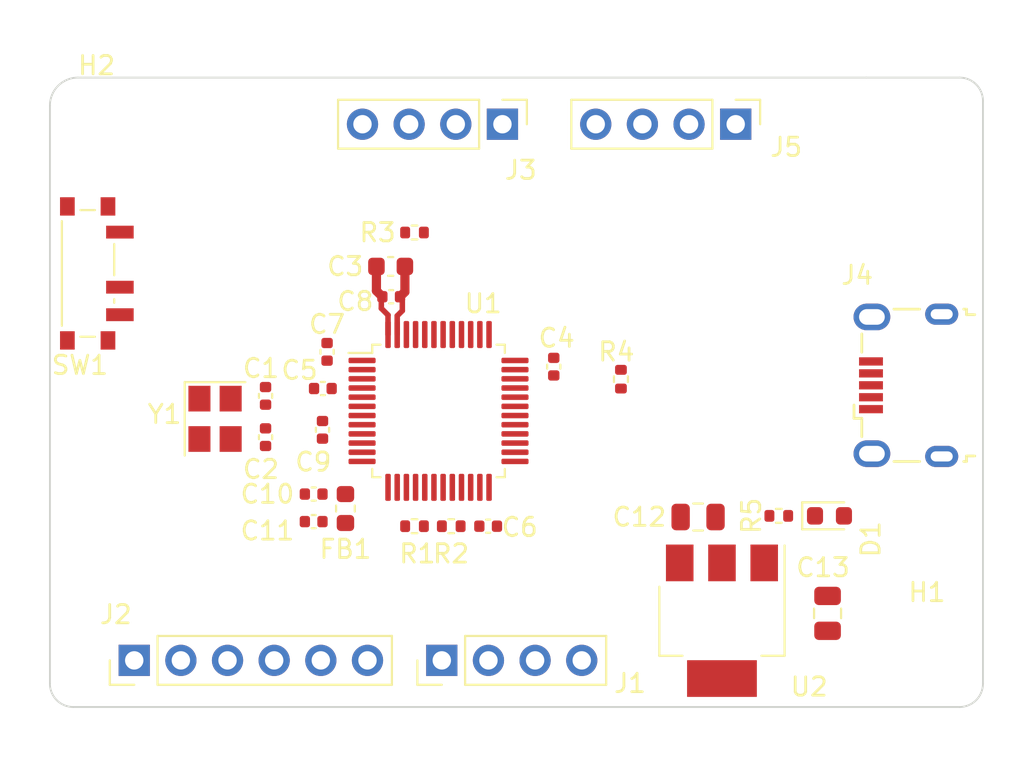
<source format=kicad_pcb>
(kicad_pcb (version 20211014) (generator pcbnew)
  (layers (0 "F.Cu" signal) (31 "B.Cu" power) (34 "B.Paste" user) (35 "F.Paste" user) (36 "B.SilkS" user "B.Silkscreen") (37 "F.SilkS" user "F.Silkscreen") (38 "B.Mask" user) (39 "F.Mask" user) (44 "Edge.Cuts" user))
  (net 0 "")
  (net 1 "/HSE_IN")
  (net 2 "GND")
  (net 3 "/HSE_OUT")
  (net 4 "+3V3")
  (net 5 "/NRST")
  (net 6 "+3.3VA")
  (net 7 "VBUS")
  (net 8 "/PWR_LED_K")
  (net 9 "/I2C2_SCL")
  (net 10 "/I2C2_SDA")
  (net 11 "/SPI1_SCK")
  (net 12 "/SPI1_MISO")
  (net 13 "/SPI1_MOSI")
  (net 14 "/~CS")
  (net 15 "/USART1_TX")
  (net 16 "/USART1_RX")
  (net 17 "/USB_D-")
  (net 18 "/USB_D+")
  (net 21 "/SWD_IO")
  (net 22 "/SW_CLK")
  (net 23 "/SW_BOOT0")
  (net 24 "/BOOT0")
  (net 25 "/PC13")
  (net 26 "/PC14")
  (net 27 "/PC15")
  (net 28 "/PA0")
  (net 29 "/PA1")
  (net 30 "/PA2")
  (net 31 "/PA3")
  (net 32 "/PA4")
  (net 33 "/PB1")
  (net 34 "/PB2")
  (net 35 "/PB12")
  (net 36 "/PB13")
  (net 37 "/PB14")
  (net 38 "/PB15")
  (net 39 "/PA8")
  (net 40 "/PA9")
  (net 41 "/PA10")
  (net 42 "/PA15")
  (net 43 "/PB3")
  (net 44 "/PB4")
  (net 45 "/PB5")
  (net 46 "/PB8")
  (net 47 "/PB9")
  (footprint "Resistor_SMD:R_0402_1005Metric" (layer "F.Cu") (at 73.244 49.958 -90)
    (fp_text reference "R4" (at -1.49 0.25 180) (layer "F.SilkS"))
    (fp_text value "1k5")
    (fp_line (start -0.153641 -0.38) (end 0.153641 -0.38) (layer "F.SilkS") (width 0.12))
    (fp_line (start -0.153641 0.38) (end 0.153641 0.38) (layer "F.SilkS") (width 0.12))
    (pad "1" smd roundrect locked (at -0.51 0 270) (size 0.54 0.64) (layers "F.Cu" "F.Paste" "F.Mask") (net 4 "+3V3"))
    (pad "2" smd roundrect locked (at 0.51 0 270) (size 0.54 0.64) (layers "F.Cu" "F.Paste" "F.Mask") (net 18 "/USB_D+"))
  )
  (footprint "Connector_PinHeader_2.54mm:PinHeader_1x04_P2.54mm_Vertical" (layer "F.Cu") (at 63.49 65.278 90)
    (fp_text reference "J1" (at -1.25 10.25 180) (layer "F.SilkS"))
    (fp_text value "Conn_01x04_Male")
    (fp_line (start -1.33 -1.33) (end 0 -1.33) (layer "F.SilkS") (width 0.12))
    (fp_line (start -1.33 0) (end -1.33 -1.33) (layer "F.SilkS") (width 0.12))
    (fp_line (start -1.33 1.27) (end 1.33 1.27) (layer "F.SilkS") (width 0.12))
    (fp_line (start 1.33 1.27) (end 1.33 8.95) (layer "F.SilkS") (width 0.12))
    (fp_line (start -1.33 8.95) (end 1.33 8.95) (layer "F.SilkS") (width 0.12))
    (fp_line (start -1.33 1.27) (end -1.33 8.95) (layer "F.SilkS") (width 0.12))
    (pad "1" thru_hole rect locked (at 0 0 90) (size 1.7 1.7) (drill 1) (layers *.Cu *.Mask) (net 4 "+3V3"))
    (pad "2" thru_hole oval locked (at 0 2.54 90) (size 1.7 1.7) (drill 1) (layers *.Cu *.Mask) (net 9 "/I2C2_SCL"))
    (pad "3" thru_hole oval locked (at 0 5.08 90) (size 1.7 1.7) (drill 1) (layers *.Cu *.Mask) (net 10 "/I2C2_SDA"))
    (pad "4" thru_hole oval locked (at 0 7.62 90) (size 1.7 1.7) (drill 1) (layers *.Cu *.Mask) (net 2 "GND"))
  )
  (footprint "Capacitor_SMD:C_0402_1005Metric" (layer "F.Cu") (at 53.894 50.868 90)
    (fp_text reference "C1" (at 1.5 -0.25 180) (layer "F.SilkS"))
    (fp_text value "10p")
    (fp_line (start -0.107836 -0.36) (end 0.107836 -0.36) (layer "F.SilkS") (width 0.12))
    (fp_line (start -0.107836 0.36) (end 0.107836 0.36) (layer "F.SilkS") (width 0.12))
    (pad "1" smd roundrect locked (at -0.48 0 90) (size 0.56 0.62) (layers "F.Cu" "F.Paste" "F.Mask") (net 1 "/HSE_IN"))
    (pad "2" smd roundrect locked (at 0.48 0 90) (size 0.56 0.62) (layers "F.Cu" "F.Paste" "F.Mask") (net 2 "GND"))
  )
  (footprint "Capacitor_SMD:C_0402_1005Metric" (layer "F.Cu") (at 53.894 53.118 90)
    (fp_text reference "C2" (at -1.75 -0.25 180) (layer "F.SilkS"))
    (fp_text value "10p")
    (fp_line (start -0.107836 0.36) (end 0.107836 0.36) (layer "F.SilkS") (width 0.12))
    (fp_line (start -0.107836 -0.36) (end 0.107836 -0.36) (layer "F.SilkS") (width 0.12))
    (pad "1" smd roundrect locked (at -0.48 0 90) (size 0.56 0.62) (layers "F.Cu" "F.Paste" "F.Mask") (net 3 "/HSE_OUT"))
    (pad "2" smd roundrect locked (at 0.48 0 90) (size 0.56 0.62) (layers "F.Cu" "F.Paste" "F.Mask") (net 2 "GND"))
  )
  (footprint "Resistor_SMD:R_0402_1005Metric" (layer "F.Cu") (at 64.004 57.968 180)
    (fp_text reference "R2" (at 0.01 -1.5) (layer "F.SilkS"))
    (fp_text value "1k5")
    (fp_line (start -0.153641 -0.38) (end 0.153641 -0.38) (layer "F.SilkS") (width 0.12))
    (fp_line (start -0.153641 0.38) (end 0.153641 0.38) (layer "F.SilkS") (width 0.12))
    (pad "1" smd roundrect locked (at -0.51 0 180) (size 0.54 0.64) (layers "F.Cu" "F.Paste" "F.Mask") (net 4 "+3V3"))
    (pad "2" smd roundrect locked (at 0.51 0 180) (size 0.54 0.64) (layers "F.Cu" "F.Paste" "F.Mask") (net 10 "/I2C2_SDA"))
  )
  (footprint "Package_QFP:LQFP-48_7x7mm_P0.5mm" (layer "F.Cu") (at 63.3122 51.689)
    (fp_text reference "U1" (at 2.4318 -5.85) (layer "F.SilkS"))
    (fp_text value "STM32F103C8Tx")
    (fp_line (start -3.61 3.61) (end -3.61 3.16) (layer "F.SilkS") (width 0.12))
    (fp_line (start 3.16 3.61) (end 3.61 3.61) (layer "F.SilkS") (width 0.12))
    (fp_line (start 3.16 -3.61) (end 3.61 -3.61) (layer "F.SilkS") (width 0.12))
    (fp_line (start 3.61 -3.61) (end 3.61 -3.16) (layer "F.SilkS") (width 0.12))
    (fp_line (start -3.16 -3.61) (end -3.61 -3.61) (layer "F.SilkS") (width 0.12))
    (fp_line (start -3.16 3.61) (end -3.61 3.61) (layer "F.SilkS") (width 0.12))
    (fp_line (start -3.61 -3.61) (end -3.61 -3.16) (layer "F.SilkS") (width 0.12))
    (fp_line (start 3.61 3.61) (end 3.61 3.16) (layer "F.SilkS") (width 0.12))
    (fp_line (start -3.61 -3.16) (end -4.9 -3.16) (layer "F.SilkS") (width 0.12))
    (pad "1" smd roundrect locked (at -4.1625 -2.75) (size 1.475 0.3) (layers "F.Cu" "F.Paste" "F.Mask") (net 4 "+3V3"))
    (pad "2" smd roundrect locked (at -4.1625 -2.25) (size 1.475 0.3) (layers "F.Cu" "F.Paste" "F.Mask") (net 25 "/PC13"))
    (pad "3" smd roundrect locked (at -4.1625 -1.75) (size 1.475 0.3) (layers "F.Cu" "F.Paste" "F.Mask") (net 26 "/PC14"))
    (pad "4" smd roundrect locked (at -4.1625 -1.25) (size 1.475 0.3) (layers "F.Cu" "F.Paste" "F.Mask") (net 27 "/PC15"))
    (pad "5" smd roundrect locked (at -4.1625 -0.75) (size 1.475 0.3) (layers "F.Cu" "F.Paste" "F.Mask") (net 1 "/HSE_IN"))
    (pad "6" smd roundrect locked (at -4.1625 -0.25) (size 1.475 0.3) (layers "F.Cu" "F.Paste" "F.Mask") (net 3 "/HSE_OUT"))
    (pad "7" smd roundrect locked (at -4.1625 0.25) (size 1.475 0.3) (layers "F.Cu" "F.Paste" "F.Mask") (net 5 "/NRST"))
    (pad "8" smd roundrect locked (at -4.1625 0.75) (size 1.475 0.3) (layers "F.Cu" "F.Paste" "F.Mask") (net 2 "GND"))
    (pad "9" smd roundrect locked (at -4.1625 1.25) (size 1.475 0.3) (layers "F.Cu" "F.Paste" "F.Mask") (net 6 "+3.3VA"))
    (pad "10" smd roundrect locked (at -4.1625 1.75) (size 1.475 0.3) (layers "F.Cu" "F.Paste" "F.Mask") (net 28 "/PA0"))
    (pad "11" smd roundrect locked (at -4.1625 2.25) (size 1.475 0.3) (layers "F.Cu" "F.Paste" "F.Mask") (net 29 "/PA1"))
    (pad "12" smd roundrect locked (at -4.1625 2.75) (size 1.475 0.3) (layers "F.Cu" "F.Paste" "F.Mask") (net 30 "/PA2"))
    (pad "13" smd roundrect locked (at -2.75 4.1625) (size 0.3 1.475) (layers "F.Cu" "F.Paste" "F.Mask") (net 31 "/PA3"))
    (pad "14" smd roundrect locked (at -2.25 4.1625) (size 0.3 1.475) (layers "F.Cu" "F.Paste" "F.Mask") (net 32 "/PA4"))
    (pad "15" smd roundrect locked (at -1.75 4.1625) (size 0.3 1.475) (layers "F.Cu" "F.Paste" "F.Mask") (net 11 "/SPI1_SCK"))
    (pad "16" smd roundrect locked (at -1.25 4.1625) (size 0.3 1.475) (layers "F.Cu" "F.Paste" "F.Mask") (net 12 "/SPI1_MISO"))
    (pad "17" smd roundrect locked (at -0.75 4.1625) (size 0.3 1.475) (layers "F.Cu" "F.Paste" "F.Mask") (net 13 "/SPI1_MOSI"))
    (pad "18" smd roundrect locked (at -0.25 4.1625) (size 0.3 1.475) (layers "F.Cu" "F.Paste" "F.Mask") (net 14 "/~CS"))
    (pad "19" smd roundrect locked (at 0.25 4.1625) (size 0.3 1.475) (layers "F.Cu" "F.Paste" "F.Mask") (net 33 "/PB1"))
    (pad "20" smd roundrect locked (at 0.75 4.1625) (size 0.3 1.475) (layers "F.Cu" "F.Paste" "F.Mask") (net 34 "/PB2"))
    (pad "21" smd roundrect locked (at 1.25 4.1625) (size 0.3 1.475) (layers "F.Cu" "F.Paste" "F.Mask") (net 9 "/I2C2_SCL"))
    (pad "22" smd roundrect locked (at 1.75 4.1625) (size 0.3 1.475) (layers "F.Cu" "F.Paste" "F.Mask") (net 10 "/I2C2_SDA"))
    (pad "23" smd roundrect locked (at 2.25 4.1625) (size 0.3 1.475) (layers "F.Cu" "F.Paste" "F.Mask") (net 2 "GND"))
    (pad "24" smd roundrect locked (at 2.75 4.1625) (size 0.3 1.475) (layers "F.Cu" "F.Paste" "F.Mask") (net 4 "+3V3"))
    (pad "25" smd roundrect locked (at 4.1625 2.75) (size 1.475 0.3) (layers "F.Cu" "F.Paste" "F.Mask") (net 35 "/PB12"))
    (pad "26" smd roundrect locked (at 4.1625 2.25) (size 1.475 0.3) (layers "F.Cu" "F.Paste" "F.Mask") (net 36 "/PB13"))
    (pad "27" smd roundrect locked (at 4.1625 1.75) (size 1.475 0.3) (layers "F.Cu" "F.Paste" "F.Mask") (net 37 "/PB14"))
    (pad "28" smd roundrect locked (at 4.1625 1.25) (size 1.475 0.3) (layers "F.Cu" "F.Paste" "F.Mask") (net 38 "/PB15"))
    (pad "29" smd roundrect locked (at 4.1625 0.75) (size 1.475 0.3) (layers "F.Cu" "F.Paste" "F.Mask") (net 39 "/PA8"))
    (pad "30" smd roundrect locked (at 4.1625 0.25) (size 1.475 0.3) (layers "F.Cu" "F.Paste" "F.Mask") (net 40 "/PA9"))
    (pad "31" smd roundrect locked (at 4.1625 -0.25) (size 1.475 0.3) (layers "F.Cu" "F.Paste" "F.Mask") (net 41 "/PA10"))
    (pad "32" smd roundrect locked (at 4.1625 -0.75) (size 1.475 0.3) (layers "F.Cu" "F.Paste" "F.Mask") (net 17 "/USB_D-"))
    (pad "33" smd roundrect locked (at 4.1625 -1.25) (size 1.475 0.3) (layers "F.Cu" "F.Paste" "F.Mask") (net 18 "/USB_D+"))
    (pad "34" smd roundrect locked (at 4.1625 -1.75) (size 1.475 0.3) (layers "F.Cu" "F.Paste" "F.Mask") (net 21 "/SWD_IO"))
    (pad "35" smd roundrect locked (at 4.1625 -2.25) (size 1.475 0.3) (layers "F.Cu" "F.Paste" "F.Mask") (net 2 "GND"))
    (pad "36" smd roundrect locked (at 4.1625 -2.75) (size 1.475 0.3) (layers "F.Cu" "F.Paste" "F.Mask") (net 4 "+3V3"))
    (pad "37" smd roundrect locked (at 2.75 -4.1625) (size 0.3 1.475) (layers "F.Cu" "F.Paste" "F.Mask") (net 22 "/SW_CLK"))
    (pad "38" smd roundrect locked (at 2.25 -4.1625) (size 0.3 1.475) (layers "F.Cu" "F.Paste" "F.Mask") (net 42 "/PA15"))
    (pad "39" smd roundrect locked (at 1.75 -4.1625) (size 0.3 1.475) (layers "F.Cu" "F.Paste" "F.Mask") (net 43 "/PB3"))
    (pad "40" smd roundrect locked (at 1.25 -4.1625) (size 0.3 1.475) (layers "F.Cu" "F.Paste" "F.Mask") (net 44 "/PB4"))
    (pad "41" smd roundrect locked (at 0.75 -4.1625) (size 0.3 1.475) (layers "F.Cu" "F.Paste" "F.Mask") (net 45 "/PB5"))
    (pad "42" smd roundrect locked (at 0.25 -4.1625) (size 0.3 1.475) (layers "F.Cu" "F.Paste" "F.Mask") (net 15 "/USART1_TX"))
    (pad "43" smd roundrect locked (at -0.25 -4.1625) (size 0.3 1.475) (layers "F.Cu" "F.Paste" "F.Mask") (net 16 "/USART1_RX"))
    (pad "44" smd roundrect locked (at -0.75 -4.1625) (size 0.3 1.475) (layers "F.Cu" "F.Paste" "F.Mask") (net 24 "/BOOT0"))
    (pad "45" smd roundrect locked (at -1.25 -4.1625) (size 0.3 1.475) (layers "F.Cu" "F.Paste" "F.Mask") (net 46 "/PB8"))
    (pad "46" smd roundrect locked (at -1.75 -4.1625) (size 0.3 1.475) (layers "F.Cu" "F.Paste" "F.Mask") (net 47 "/PB9"))
    (pad "47" smd roundrect locked (at -2.25 -4.1625) (size 0.3 1.475) (layers "F.Cu" "F.Paste" "F.Mask") (net 2 "GND"))
    (pad "48" smd roundrect locked (at -2.75 -4.1625) (size 0.3 1.475) (layers "F.Cu" "F.Paste" "F.Mask") (net 4 "+3V3"))
  )
  (footprint "Resistor_SMD:R_0402_1005Metric" (layer "F.Cu") (at 81.8375 57.404 180)
    (fp_text reference "R5" (at 1.49 0 90) (layer "F.SilkS"))
    (fp_text value "1k5")
    (fp_line (start -0.153641 0.38) (end 0.153641 0.38) (layer "F.SilkS") (width 0.12))
    (fp_line (start -0.153641 -0.38) (end 0.153641 -0.38) (layer "F.SilkS") (width 0.12))
    (pad "1" smd roundrect locked (at -0.51 0 180) (size 0.54 0.64) (layers "F.Cu" "F.Paste" "F.Mask") (net 8 "/PWR_LED_K"))
    (pad "2" smd roundrect locked (at 0.51 0 180) (size 0.54 0.64) (layers "F.Cu" "F.Paste" "F.Mask") (net 2 "GND"))
  )
  (footprint "Button_Switch_SMD:SW_SPDT_PCM12" (layer "F.Cu") (at 44.534 44.196 -90)
    (fp_text reference "SW1" (at 5 0.75 180) (layer "F.SilkS"))
    (fp_text value "SW_SPDT")
    (fp_line (start -1.6 -1.12) (end 0.1 -1.12) (layer "F.SilkS") (width 0.12))
    (fp_line (start 3.45 0.72) (end 3.45 -0.07) (layer "F.SilkS") (width 0.12))
    (fp_line (start 1.4 -1.12) (end 1.6 -1.12) (layer "F.SilkS") (width 0.12))
    (fp_line (start -3.45 -0.07) (end -3.45 0.72) (layer "F.SilkS") (width 0.12))
    (fp_line (start -2.85 1.73) (end 2.85 1.73) (layer "F.SilkS") (width 0.12))
    (pad "" smd rect (at -3.65 1.43 270) (size 1 0.8) (layers "F.Cu" "F.Paste" "F.Mask"))
    (pad "" smd rect (at 3.65 1.43 270) (size 1 0.8) (layers "F.Cu" "F.Paste" "F.Mask"))
    (pad "" np_thru_hole circle (at 1.5 0.33 270) (size 0.9 0.9) (drill 0.9) (layers *.Cu *.Mask))
    (pad "" smd rect (at 3.65 -0.78 270) (size 1 0.8) (layers "F.Cu" "F.Paste" "F.Mask"))
    (pad "" smd rect (at -3.65 -0.78 270) (size 1 0.8) (layers "F.Cu" "F.Paste" "F.Mask"))
    (pad "" np_thru_hole circle (at -1.5 0.33 270) (size 0.9 0.9) (drill 0.9) (layers *.Cu *.Mask))
    (pad "1" smd rect (at -2.25 -1.43 270) (size 0.7 1.5) (layers "F.Cu" "F.Paste" "F.Mask") (net 2 "GND"))
    (pad "2" smd rect (at 0.75 -1.43 270) (size 0.7 1.5) (layers "F.Cu" "F.Paste" "F.Mask") (net 23 "/SW_BOOT0"))
    (pad "3" smd rect (at 2.25 -1.43 270) (size 0.7 1.5) (layers "F.Cu" "F.Paste" "F.Mask") (net 4 "+3V3"))
  )
  (footprint "Package_TO_SOT_SMD:SOT-223-3_TabPin2" (layer "F.Cu") (at 78.744 63.118 -90)
    (fp_text reference "U2" (at 3.6 -4.75 180) (layer "F.SilkS"))
    (fp_text value "AMS1117-3.3")
    (fp_line (start 1.91 -3.41) (end 1.91 -2.15) (layer "F.SilkS") (width 0.12))
    (fp_line (start -4.1 -3.41) (end 1.91 -3.41) (layer "F.SilkS") (width 0.12))
    (fp_line (start 1.91 3.41) (end 1.91 2.15) (layer "F.SilkS") (width 0.12))
    (fp_line (start -1.85 3.41) (end 1.91 3.41) (layer "F.SilkS") (width 0.12))
    (pad "1" smd rect locked (at -3.15 -2.3 270) (size 2 1.5) (layers "F.Cu" "F.Paste" "F.Mask") (net 2 "GND"))
    (pad "2" smd rect locked (at 3.15 0 270) (size 2 3.8) (layers "F.Cu" "F.Paste" "F.Mask") (net 4 "+3V3"))
    (pad "2" smd rect locked (at -3.15 0 270) (size 2 1.5) (layers "F.Cu" "F.Paste" "F.Mask") (net 4 "+3V3"))
    (pad "3" smd rect locked (at -3.15 2.3 270) (size 2 1.5) (layers "F.Cu" "F.Paste" "F.Mask") (net 7 "VBUS"))
  )
  (footprint "Capacitor_SMD:C_0402_1005Metric" (layer "F.Cu") (at 66.014 57.968 180)
    (fp_text reference "C6" (at -1.718 -0.056) (layer "F.SilkS"))
    (fp_text value "100n")
    (fp_line (start -0.107836 -0.36) (end 0.107836 -0.36) (layer "F.SilkS") (width 0.12))
    (fp_line (start -0.107836 0.36) (end 0.107836 0.36) (layer "F.SilkS") (width 0.12))
    (pad "1" smd roundrect locked (at -0.48 0 180) (size 0.56 0.62) (layers "F.Cu" "F.Paste" "F.Mask") (net 4 "+3V3"))
    (pad "2" smd roundrect locked (at 0.48 0 180) (size 0.56 0.62) (layers "F.Cu" "F.Paste" "F.Mask") (net 2 "GND"))
  )
  (footprint "Capacitor_SMD:C_0805_2012Metric" (layer "F.Cu") (at 77.444 57.468)
    (fp_text reference "C12" (at -3.2 0) (layer "F.SilkS"))
    (fp_text value "22u")
    (fp_line (start -0.261252 -0.735) (end 0.261252 -0.735) (layer "F.SilkS") (width 0.12))
    (fp_line (start -0.261252 0.735) (end 0.261252 0.735) (layer "F.SilkS") (width 0.12))
    (pad "1" smd roundrect locked (at -0.95 0) (size 1 1.45) (layers "F.Cu" "F.Paste" "F.Mask") (net 7 "VBUS"))
    (pad "2" smd roundrect locked (at 0.95 0) (size 1 1.45) (layers "F.Cu" "F.Paste" "F.Mask") (net 2 "GND"))
  )
  (footprint "Resistor_SMD:R_0402_1005Metric" (layer "F.Cu") (at 62.004 41.968)
    (fp_text reference "R3" (at -2.01 0) (layer "F.SilkS"))
    (fp_text value "10K")
    (fp_line (start -0.153641 0.38) (end 0.153641 0.38) (layer "F.SilkS") (width 0.12))
    (fp_line (start -0.153641 -0.38) (end 0.153641 -0.38) (layer "F.SilkS") (width 0.12))
    (pad "1" smd roundrect locked (at -0.51 0) (size 0.54 0.64) (layers "F.Cu" "F.Paste" "F.Mask") (net 23 "/SW_BOOT0"))
    (pad "2" smd roundrect locked (at 0.51 0) (size 0.54 0.64) (layers "F.Cu" "F.Paste" "F.Mask") (net 24 "/BOOT0"))
  )
  (footprint "Capacitor_SMD:C_0805_2012Metric" (layer "F.Cu") (at 84.494 62.718 90)
    (fp_text reference "C13" (at 2.5 -0.25 180) (layer "F.SilkS"))
    (fp_text value "22u")
    (fp_line (start -0.261252 -0.735) (end 0.261252 -0.735) (layer "F.SilkS") (width 0.12))
    (fp_line (start -0.261252 0.735) (end 0.261252 0.735) (layer "F.SilkS") (width 0.12))
    (pad "1" smd roundrect locked (at -0.95 0 90) (size 1 1.45) (layers "F.Cu" "F.Paste" "F.Mask") (net 4 "+3V3"))
    (pad "2" smd roundrect locked (at 0.95 0 90) (size 1 1.45) (layers "F.Cu" "F.Paste" "F.Mask") (net 2 "GND"))
  )
  (footprint "Resistor_SMD:R_0402_1005Metric" (layer "F.Cu") (at 62.004 57.968)
    (fp_text reference "R1" (at 0.153641 1.5) (layer "F.SilkS"))
    (fp_text value "1k5")
    (fp_line (start -0.153641 0.38) (end 0.153641 0.38) (layer "F.SilkS") (width 0.12))
    (fp_line (start -0.153641 -0.38) (end 0.153641 -0.38) (layer "F.SilkS") (width 0.12))
    (pad "1" smd roundrect locked (at -0.51 0) (size 0.54 0.64) (layers "F.Cu" "F.Paste" "F.Mask") (net 4 "+3V3"))
    (pad "2" smd roundrect locked (at 0.51 0) (size 0.54 0.64) (layers "F.Cu" "F.Paste" "F.Mask") (net 9 "/I2C2_SCL"))
  )
  (footprint "Capacitor_SMD:C_0402_1005Metric" (layer "F.Cu") (at 57.014 50.468 180)
    (fp_text reference "C5" (at 1.27 1) (layer "F.SilkS"))
    (fp_text value "100n")
    (fp_line (start -0.107836 -0.36) (end 0.107836 -0.36) (layer "F.SilkS") (width 0.12))
    (fp_line (start -0.107836 0.36) (end 0.107836 0.36) (layer "F.SilkS") (width 0.12))
    (pad "1" smd roundrect locked (at -0.48 0 180) (size 0.56 0.62) (layers "F.Cu" "F.Paste" "F.Mask") (net 5 "/NRST"))
    (pad "2" smd roundrect locked (at 0.48 0 180) (size 0.56 0.62) (layers "F.Cu" "F.Paste" "F.Mask") (net 2 "GND"))
  )
  (footprint "Capacitor_SMD:C_0402_1005Metric" (layer "F.Cu") (at 69.586 49.276 -90)
    (fp_text reference "C4" (at -1.558 -0.158 180) (layer "F.SilkS"))
    (fp_text value "100n")
    (fp_line (start -0.107836 0.36) (end 0.107836 0.36) (layer "F.SilkS") (width 0.12))
    (fp_line (start -0.107836 -0.36) (end 0.107836 -0.36) (layer "F.SilkS") (width 0.12))
    (pad "1" smd roundrect locked (at -0.48 0 270) (size 0.56 0.62) (layers "F.Cu" "F.Paste" "F.Mask") (net 4 "+3V3"))
    (pad "2" smd roundrect locked (at 0.48 0 270) (size 0.56 0.62) (layers "F.Cu" "F.Paste" "F.Mask") (net 2 "GND"))
  )
  (footprint "Capacitor_SMD:C_0402_1005Metric" (layer "F.Cu") (at 56.514 56.218 180)
    (fp_text reference "C10" (at 2.52 0) (layer "F.SilkS"))
    (fp_text value "1u")
    (fp_line (start -0.107836 -0.36) (end 0.107836 -0.36) (layer "F.SilkS") (width 0.12))
    (fp_line (start -0.107836 0.36) (end 0.107836 0.36) (layer "F.SilkS") (width 0.12))
    (pad "1" smd roundrect locked (at -0.48 0 180) (size 0.56 0.62) (layers "F.Cu" "F.Paste" "F.Mask") (net 6 "+3.3VA"))
    (pad "2" smd roundrect locked (at 0.48 0 180) (size 0.56 0.62) (layers "F.Cu" "F.Paste" "F.Mask") (net 2 "GND"))
  )
  (footprint "MountingHole:MountingHole_2.2mm_M2" (layer "F.Cu") (at 89.906 64.77)
    (fp_text reference "H1" (at 0 -3.2) (layer "F.SilkS"))
    (fp_text value "MountingHole")
    (pad "" np_thru_hole circle locked (at 0 0) (size 2.2 2.2) (drill 2.2) (layers *.Cu *.Mask))
  )
  (footprint "Connector_PinHeader_2.54mm:PinHeader_1x06_P2.54mm_Vertical" (layer "F.Cu") (at 46.744 65.278 90)
    (fp_text reference "J2" (at 2.5 -1) (layer "F.SilkS"))
    (fp_text value "Conn_01x06_Male")
    (fp_line (start -1.33 1.27) (end 1.33 1.27) (layer "F.SilkS") (width 0.12))
    (fp_line (start -1.33 1.27) (end -1.33 14.03) (layer "F.SilkS") (width 0.12))
    (fp_line (start -1.33 14.03) (end 1.33 14.03) (layer "F.SilkS") (width 0.12))
    (fp_line (start -1.33 0) (end -1.33 -1.33) (layer "F.SilkS") (width 0.12))
    (fp_line (start 1.33 1.27) (end 1.33 14.03) (layer "F.SilkS") (width 0.12))
    (fp_line (start -1.33 -1.33) (end 0 -1.33) (layer "F.SilkS") (width 0.12))
    (pad "1" thru_hole rect locked (at 0 0 90) (size 1.7 1.7) (drill 1) (layers *.Cu *.Mask) (net 4 "+3V3"))
    (pad "2" thru_hole oval locked (at 0 2.54 90) (size 1.7 1.7) (drill 1) (layers *.Cu *.Mask) (net 11 "/SPI1_SCK"))
    (pad "3" thru_hole oval locked (at 0 5.08 90) (size 1.7 1.7) (drill 1) (layers *.Cu *.Mask) (net 12 "/SPI1_MISO"))
    (pad "4" thru_hole oval locked (at 0 7.62 90) (size 1.7 1.7) (drill 1) (layers *.Cu *.Mask) (net 13 "/SPI1_MOSI"))
    (pad "5" thru_hole oval locked (at 0 10.16 90) (size 1.7 1.7) (drill 1) (layers *.Cu *.Mask) (net 14 "/~CS"))
    (pad "6" thru_hole oval locked (at 0 12.7 90) (size 1.7 1.7) (drill 1) (layers *.Cu *.Mask) (net 2 "GND"))
  )
  (footprint "Crystal:Crystal_SMD_3225-4Pin_3.2x2.5mm" (layer "F.Cu") (at 51.144 52.118 -90)
    (fp_text reference "Y1" (at -0.25 2.75 180) (layer "F.SilkS"))
    (fp_text value "16MHz")
    (fp_line (start -2 1.65) (end 2 1.65) (layer "F.SilkS") (width 0.12))
    (fp_line (start -2 -1.65) (end -2 1.65) (layer "F.SilkS") (width 0.12))
    (pad "1" smd rect locked (at -1.1 0.85 270) (size 1.4 1.2) (layers "F.Cu" "F.Paste" "F.Mask") (net 1 "/HSE_IN"))
    (pad "2" smd rect locked (at 1.1 0.85 270) (size 1.4 1.2) (layers "F.Cu" "F.Paste" "F.Mask") (net 2 "GND"))
    (pad "3" smd rect locked (at 1.1 -0.85 270) (size 1.4 1.2) (layers "F.Cu" "F.Paste" "F.Mask") (net 3 "/HSE_OUT"))
    (pad "4" smd rect locked (at -1.1 -0.85 270) (size 1.4 1.2) (layers "F.Cu" "F.Paste" "F.Mask") (net 2 "GND"))
  )
  (footprint "Capacitor_SMD:C_0402_1005Metric" (layer "F.Cu") (at 56.994 52.718 90)
    (fp_text reference "C9" (at -1.75 -0.5 180) (layer "F.SilkS"))
    (fp_text value "10n")
    (fp_line (start -0.107836 -0.36) (end 0.107836 -0.36) (layer "F.SilkS") (width 0.12))
    (fp_line (start -0.107836 0.36) (end 0.107836 0.36) (layer "F.SilkS") (width 0.12))
    (pad "1" smd roundrect locked (at -0.48 0 90) (size 0.56 0.62) (layers "F.Cu" "F.Paste" "F.Mask") (net 6 "+3.3VA"))
    (pad "2" smd roundrect locked (at 0.48 0 90) (size 0.56 0.62) (layers "F.Cu" "F.Paste" "F.Mask") (net 2 "GND"))
  )
  (footprint "Capacitor_SMD:C_0603_1608Metric" (layer "F.Cu") (at 60.706 43.815)
    (fp_text reference "C3" (at -2.475 0) (layer "F.SilkS"))
    (fp_text value "10u")
    (fp_line (start -0.14058 -0.51) (end 0.14058 -0.51) (layer "F.SilkS") (width 0.12))
    (fp_line (start -0.14058 0.51) (end 0.14058 0.51) (layer "F.SilkS") (width 0.12))
    (pad "1" smd roundrect locked (at -0.775 0) (size 0.9 0.95) (layers "F.Cu" "F.Paste" "F.Mask") (net 4 "+3V3"))
    (pad "2" smd roundrect locked (at 0.775 0) (size 0.9 0.95) (layers "F.Cu" "F.Paste" "F.Mask") (net 2 "GND"))
  )
  (footprint "Connector_PinHeader_2.54mm:PinHeader_1x04_P2.54mm_Vertical" (layer "F.Cu") (at 79.492 36.068 -90)
    (fp_text reference "J5" (at 1.25 -2.75 180) (layer "F.SilkS"))
    (fp_text value "Conn_01x04_Male")
    (fp_line (start -1.33 8.95) (end 1.33 8.95) (layer "F.SilkS") (width 0.12))
    (fp_line (start 1.33 1.27) (end 1.33 8.95) (layer "F.SilkS") (width 0.12))
    (fp_line (start -1.33 0) (end -1.33 -1.33) (layer "F.SilkS") (width 0.12))
    (fp_line (start -1.33 -1.33) (end 0 -1.33) (layer "F.SilkS") (width 0.12))
    (fp_line (start -1.33 1.27) (end 1.33 1.27) (layer "F.SilkS") (width 0.12))
    (fp_line (start -1.33 1.27) (end -1.33 8.95) (layer "F.SilkS") (width 0.12))
    (pad "1" thru_hole rect locked (at 0 0 270) (size 1.7 1.7) (drill 1) (layers *.Cu *.Mask) (net 4 "+3V3"))
    (pad "2" thru_hole oval locked (at 0 2.54 270) (size 1.7 1.7) (drill 1) (layers *.Cu *.Mask) (net 21 "/SWD_IO"))
    (pad "3" thru_hole oval locked (at 0 5.08 270) (size 1.7 1.7) (drill 1) (layers *.Cu *.Mask) (net 22 "/SW_CLK"))
    (pad "4" thru_hole oval locked (at 0 7.62 270) (size 1.7 1.7) (drill 1) (layers *.Cu *.Mask) (net 2 "GND"))
  )
  (footprint "Capacitor_SMD:C_0402_1005Metric" (layer "F.Cu") (at 57.244 48.468 90)
    (fp_text reference "C7" (at 1.5 0 180) (layer "F.SilkS"))
    (fp_text value "100n")
    (fp_line (start -0.107836 0.36) (end 0.107836 0.36) (layer "F.SilkS") (width 0.12))
    (fp_line (start -0.107836 -0.36) (end 0.107836 -0.36) (layer "F.SilkS") (width 0.12))
    (pad "1" smd roundrect locked (at -0.48 0 90) (size 0.56 0.62) (layers "F.Cu" "F.Paste" "F.Mask") (net 4 "+3V3"))
    (pad "2" smd roundrect locked (at 0.48 0 90) (size 0.56 0.62) (layers "F.Cu" "F.Paste" "F.Mask") (net 2 "GND"))
  )
  (footprint "Connector_USB:USB_Micro-B_Wuerth_629105150521" (layer "F.Cu") (at 88.758 50.292 90)
    (fp_text reference "J4" (at 6 -2.65 180) (layer "F.SilkS"))
    (fp_text value "USB_B_Micro")
    (fp_line (start 4.15 0.75) (end 4.15 -0.65) (layer "F.SilkS") (width 0.15))
    (fp_line (start 3.85 3.75) (end 3.85 3.3) (layer "F.SilkS") (width 0.15))
    (fp_line (start -4.15 3.15) (end -4.15 3.3) (layer "F.SilkS") (width 0.15))
    (fp_line (start -3.85 3.3) (end -3.85 3.75) (layer "F.SilkS") (width 0.15))
    (fp_line (start -1.075 -2.825) (end -1.8 -2.825) (layer "F.SilkS") (width 0.15))
    (fp_line (start 4.15 3.3) (end 4.15 3.15) (layer "F.SilkS") (width 0.15))
    (fp_line (start -1.8 -2.825) (end -1.8 -2.4) (layer "F.SilkS") (width 0.15))
    (fp_line (start 3.85 3.3) (end 4.15 3.3) (layer "F.SilkS") (width 0.15))
    (fp_line (start -1.8 -2.4) (end -2.8 -2.4) (layer "F.SilkS") (width 0.15))
    (fp_line (start -4.15 3.3) (end -3.85 3.3) (layer "F.SilkS") (width 0.15))
    (fp_line (start -4.15 -0.65) (end -4.15 0.75) (layer "F.SilkS") (width 0.15))
    (fp_line (start 1.8 -2.4) (end 2.8 -2.4) (layer "F.SilkS") (width 0.15))
    (pad "" np_thru_hole oval locked (at 2.5 -0.8 90) (size 0.8 0.8) (drill 0.8) (layers *.Cu *.Mask))
    (pad "" np_thru_hole oval locked (at -2.5 -0.8 90) (size 0.8 0.8) (drill 0.8) (layers *.Cu *.Mask))
    (pad "1" smd rect locked (at -1.3 -1.9 90) (size 0.45 1.3) (layers "F.Cu" "F.Paste" "F.Mask") (net 7 "VBUS"))
    (pad "2" smd rect locked (at -0.65 -1.9 90) (size 0.45 1.3) (layers "F.Cu" "F.Paste" "F.Mask") (net 17 "/USB_D-"))
    (pad "3" smd rect locked (at 0 -1.9 90) (size 0.45 1.3) (layers "F.Cu" "F.Paste" "F.Mask") (net 18 "/USB_D+"))
    (pad "4" smd rect locked (at 0.65 -1.9 90) (size 0.45 1.3) (layers "F.Cu" "F.Paste" "F.Mask"))
    (pad "5" smd rect locked (at 1.3 -1.9 90) (size 0.45 1.3) (layers "F.Cu" "F.Paste" "F.Mask") (net 2 "GND"))
    (pad "6" thru_hole oval locked (at -3.875 1.95 90) (size 1.15 1.8) (drill oval 0.55 1.2) (layers *.Cu *.Mask))
    (pad "6" thru_hole oval locked (at -3.725 -1.85 90) (size 1.45 2) (drill oval 0.85 1.4) (layers *.Cu *.Mask))
    (pad "6" thru_hole oval locked (at 3.875 1.95 90) (size 1.15 1.8) (drill oval 0.55 1.2) (layers *.Cu *.Mask))
    (pad "6" thru_hole oval locked (at 3.725 -1.85 90) (size 1.45 2) (drill oval 0.85 1.4) (layers *.Cu *.Mask))
  )
  (footprint "Connector_PinHeader_2.54mm:PinHeader_1x04_P2.54mm_Vertical" (layer "F.Cu") (at 66.792 36.068 -90)
    (fp_text reference "J3" (at 2.5 -1) (layer "F.SilkS"))
    (fp_text value "Conn_01x04_Male")
    (fp_line (start -1.33 1.27) (end 1.33 1.27) (layer "F.SilkS") (width 0.12))
    (fp_line (start -1.33 8.95) (end 1.33 8.95) (layer "F.SilkS") (width 0.12))
    (fp_line (start -1.33 0) (end -1.33 -1.33) (layer "F.SilkS") (width 0.12))
    (fp_line (start 1.33 1.27) (end 1.33 8.95) (layer "F.SilkS") (width 0.12))
    (fp_line (start -1.33 1.27) (end -1.33 8.95) (layer "F.SilkS") (width 0.12))
    (fp_line (start -1.33 -1.33) (end 0 -1.33) (layer "F.SilkS") (width 0.12))
    (pad "1" thru_hole rect locked (at 0 0 270) (size 1.7 1.7) (drill 1) (layers *.Cu *.Mask) (net 4 "+3V3"))
    (pad "2" thru_hole oval locked (at 0 2.54 270) (size 1.7 1.7) (drill 1) (layers *.Cu *.Mask) (net 15 "/USART1_TX"))
    (pad "3" thru_hole oval locked (at 0 5.08 270) (size 1.7 1.7) (drill 1) (layers *.Cu *.Mask) (net 16 "/USART1_RX"))
    (pad "4" thru_hole oval locked (at 0 7.62 270) (size 1.7 1.7) (drill 1) (layers *.Cu *.Mask) (net 2 "GND"))
  )
  (footprint "Capacitor_SMD:C_0402_1005Metric" (layer "F.Cu") (at 56.514 57.718 180)
    (fp_text reference "C11" (at 2.52 -0.5 180) (layer "F.SilkS"))
    (fp_text value "1u")
    (fp_line (start -0.107836 -0.36) (end 0.107836 -0.36) (layer "F.SilkS") (width 0.12))
    (fp_line (start -0.107836 0.36) (end 0.107836 0.36) (layer "F.SilkS") (width 0.12))
    (pad "1" smd roundrect locked (at -0.48 0 180) (size 0.56 0.62) (layers "F.Cu" "F.Paste" "F.Mask") (net 4 "+3V3"))
    (pad "2" smd roundrect locked (at 0.48 0 180) (size 0.56 0.62) (layers "F.Cu" "F.Paste" "F.Mask") (net 2 "GND"))
  )
  (footprint "Capacitor_SMD:C_0402_1005Metric" (layer "F.Cu") (at 60.734 45.466)
    (fp_text reference "C8" (at -1.952 0.252) (layer "F.SilkS"))
    (fp_text value "100n")
    (fp_line (start -0.107836 -0.36) (end 0.107836 -0.36) (layer "F.SilkS") (width 0.12))
    (fp_line (start -0.107836 0.36) (end 0.107836 0.36) (layer "F.SilkS") (width 0.12))
    (pad "1" smd roundrect locked (at -0.48 0) (size 0.56 0.62) (layers "F.Cu" "F.Paste" "F.Mask") (net 4 "+3V3"))
    (pad "2" smd roundrect locked (at 0.48 0) (size 0.56 0.62) (layers "F.Cu" "F.Paste" "F.Mask") (net 2 "GND"))
  )
  (footprint "Inductor_SMD:L_0603_1608Metric" (layer "F.Cu") (at 58.244 57.0055 -90)
    (fp_text reference "FB1" (at 2.2125 0 180) (layer "F.SilkS"))
    (fp_text value "120R")
    (fp_line (start -0.162779 -0.51) (end 0.162779 -0.51) (layer "F.SilkS") (width 0.12))
    (fp_line (start -0.162779 0.51) (end 0.162779 0.51) (layer "F.SilkS") (width 0.12))
    (pad "1" smd roundrect locked (at -0.7875 0 270) (size 0.875 0.95) (layers "F.Cu" "F.Paste" "F.Mask") (net 6 "+3.3VA"))
    (pad "2" smd roundrect locked (at 0.7875 0 270) (size 0.875 0.95) (layers "F.Cu" "F.Paste" "F.Mask") (net 4 "+3V3"))
  )
  (footprint "MountingHole:MountingHole_2.2mm_M2" (layer "F.Cu") (at 44.694 36.068)
    (fp_text reference "H2" (at 0 -3.2) (layer "F.SilkS"))
    (fp_text value "MountingHole")
    (pad "" np_thru_hole circle locked (at 0 0) (size 2.2 2.2) (drill 2.2) (layers *.Cu *.Mask))
  )
  (footprint "LED_SMD:LED_0603_1608Metric" (layer "F.Cu") (at 84.5975 57.404)
    (fp_text reference "D1" (at 2.25 1.275 90) (layer "F.SilkS"))
    (fp_text value "RED")
    (fp_line (start 0.8 -0.735) (end -1.485 -0.735) (layer "F.SilkS") (width 0.12))
    (fp_line (start -1.485 0.735) (end 0.8 0.735) (layer "F.SilkS") (width 0.12))
    (fp_line (start -1.485 -0.735) (end -1.485 0.735) (layer "F.SilkS") (width 0.12))
    (pad "1" smd roundrect locked (at -0.7875 0) (size 0.875 0.95) (layers "F.Cu" "F.Paste" "F.Mask") (net 8 "/PWR_LED_K"))
    (pad "2" smd roundrect locked (at 0.7875 0) (size 0.875 0.95) (layers "F.Cu" "F.Paste" "F.Mask") (net 4 "+3V3"))
  )
  (gr_line (start 43.424 67.818) (end 91.684 67.818) (layer "Edge.Cuts") (width 0.1))
  (gr_line (start 43.678 33.528) (end 86.604 33.528) (layer "Edge.Cuts") (width 0.1))
  (gr_line (start 42.154 35.052) (end 42.154 66.548) (layer "Edge.Cuts") (width 0.1))
  (gr_arc (start 92.954 66.548) (mid 92.582026 67.446026) (end 91.684 67.818) (layer "Edge.Cuts") (width 0.1))
  (gr_line (start 91.684 33.528) (end 86.604 33.528) (layer "Edge.Cuts") (width 0.1))
  (gr_arc (start 43.424 67.818) (mid 42.525974 67.446026) (end 42.154 66.548) (layer "Edge.Cuts") (width 0.1))
  (gr_line (start 92.954 66.548) (end 92.954 34.798) (layer "Edge.Cuts") (width 0.1))
  (gr_arc (start 42.154 35.052) (mid 42.600369 33.974369) (end 43.678 33.528) (layer "Edge.Cuts") (width 0.1))
  (gr_arc (start 91.684 33.528) (mid 92.582026 33.899974) (end 92.954 34.798) (layer "Edge.Cuts") (width 0.1))
  (segment (start 61.481 45.199) (end 61.214 45.466) (width 0.5) (layer "F.Cu") (net 2))
  (segment (start 61.341 46.228) (end 61.341 45.593) (width 0.3) (layer "F.Cu") (net 2))
  (segment (start 61.481 43.815) (end 61.481 45.199) (width 0.5) (layer "F.Cu") (net 2))
  (segment (start 61.0622 46.5068) (end 61.341 46.228) (width 0.3) (layer "F.Cu") (net 2))
  (segment (start 61.341 45.593) (end 61.214 45.466) (width 0.3) (layer "F.Cu") (net 2))
  (segment (start 61.0622 47.5265) (end 61.0622 46.5068) (width 0.3) (layer "F.Cu") (net 2))
  (segment (start 60.5622 47.5265) (end 60.5622 46.4652) (width 0.3) (layer "F.Cu") (net 4))
  (segment (start 60.198 46.101) (end 60.198 45.522) (width 0.3) (layer "F.Cu") (net 4))
  (segment (start 59.931 45.143) (end 60.254 45.466) (width 0.5) (layer "F.Cu") (net 4))
  (segment (start 59.931 43.815) (end 59.931 45.143) (width 0.5) (layer "F.Cu") (net 4))
  (segment (start 60.5622 46.4652) (end 60.198 46.101) (width 0.3) (layer "F.Cu") (net 4))
  (segment (start 59.944 43.828) (end 59.931 43.815) (width 0.3) (layer "F.Cu") (net 4))
)
</source>
